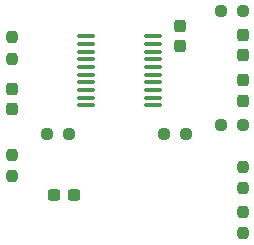
<source format=gbr>
%TF.GenerationSoftware,KiCad,Pcbnew,8.0.1+1*%
%TF.CreationDate,2024-05-08T14:56:33-06:00*%
%TF.ProjectId,encoder-to-i2c-tssop20.kicad_pro,656e636f-6465-4722-9d74-6f2d6932632d,rev?*%
%TF.SameCoordinates,Original*%
%TF.FileFunction,Paste,Top*%
%TF.FilePolarity,Positive*%
%FSLAX46Y46*%
G04 Gerber Fmt 4.6, Leading zero omitted, Abs format (unit mm)*
G04 Created by KiCad (PCBNEW 8.0.1+1) date 2024-05-08 14:56:33*
%MOMM*%
%LPD*%
G01*
G04 APERTURE LIST*
G04 Aperture macros list*
%AMRoundRect*
0 Rectangle with rounded corners*
0 $1 Rounding radius*
0 $2 $3 $4 $5 $6 $7 $8 $9 X,Y pos of 4 corners*
0 Add a 4 corners polygon primitive as box body*
4,1,4,$2,$3,$4,$5,$6,$7,$8,$9,$2,$3,0*
0 Add four circle primitives for the rounded corners*
1,1,$1+$1,$2,$3*
1,1,$1+$1,$4,$5*
1,1,$1+$1,$6,$7*
1,1,$1+$1,$8,$9*
0 Add four rect primitives between the rounded corners*
20,1,$1+$1,$2,$3,$4,$5,0*
20,1,$1+$1,$4,$5,$6,$7,0*
20,1,$1+$1,$6,$7,$8,$9,0*
20,1,$1+$1,$8,$9,$2,$3,0*%
G04 Aperture macros list end*
%ADD10RoundRect,0.237500X-0.250000X-0.237500X0.250000X-0.237500X0.250000X0.237500X-0.250000X0.237500X0*%
%ADD11RoundRect,0.237500X0.237500X-0.250000X0.237500X0.250000X-0.237500X0.250000X-0.237500X-0.250000X0*%
%ADD12RoundRect,0.237500X-0.237500X0.300000X-0.237500X-0.300000X0.237500X-0.300000X0.237500X0.300000X0*%
%ADD13RoundRect,0.237500X0.250000X0.237500X-0.250000X0.237500X-0.250000X-0.237500X0.250000X-0.237500X0*%
%ADD14RoundRect,0.237500X-0.237500X0.250000X-0.237500X-0.250000X0.237500X-0.250000X0.237500X0.250000X0*%
%ADD15RoundRect,0.237500X-0.300000X-0.237500X0.300000X-0.237500X0.300000X0.237500X-0.300000X0.237500X0*%
%ADD16RoundRect,0.100000X0.637500X0.100000X-0.637500X0.100000X-0.637500X-0.100000X0.637500X-0.100000X0*%
%ADD17RoundRect,0.237500X0.237500X-0.300000X0.237500X0.300000X-0.237500X0.300000X-0.237500X-0.300000X0*%
G04 APERTURE END LIST*
D10*
%TO.C,R5*%
X55447500Y-45870000D03*
X57272500Y-45870000D03*
%TD*%
D11*
%TO.C,R1*%
X37714500Y-59887000D03*
X37714500Y-58062000D03*
%TD*%
D12*
%TO.C,C2*%
X37714500Y-52474000D03*
X37714500Y-54199000D03*
%TD*%
D11*
%TO.C,R3*%
X57272500Y-60903000D03*
X57272500Y-59078000D03*
%TD*%
D13*
%TO.C,R8*%
X52446500Y-56284000D03*
X50621500Y-56284000D03*
%TD*%
D14*
%TO.C,R2*%
X57272500Y-62888000D03*
X57272500Y-64713000D03*
%TD*%
D10*
%TO.C,R4*%
X55447500Y-55522000D03*
X57272500Y-55522000D03*
%TD*%
D15*
%TO.C,C5*%
X41301500Y-61468000D03*
X43026500Y-61468000D03*
%TD*%
D10*
%TO.C,R7*%
X40715500Y-56284000D03*
X42540500Y-56284000D03*
%TD*%
D12*
%TO.C,C1*%
X51938500Y-47140000D03*
X51938500Y-48865000D03*
%TD*%
D16*
%TO.C,U2*%
X49721000Y-53875000D03*
X49721000Y-53225000D03*
X49721000Y-52575000D03*
X49721000Y-51925000D03*
X49721000Y-51275000D03*
X49721000Y-50625000D03*
X49721000Y-49975000D03*
X49721000Y-49325000D03*
X49721000Y-48675000D03*
X49721000Y-48025000D03*
X43996000Y-48025000D03*
X43996000Y-48675000D03*
X43996000Y-49325000D03*
X43996000Y-49975000D03*
X43996000Y-50625000D03*
X43996000Y-51275000D03*
X43996000Y-51925000D03*
X43996000Y-52575000D03*
X43996000Y-53225000D03*
X43996000Y-53875000D03*
%TD*%
D17*
%TO.C,C3*%
X57272500Y-53490000D03*
X57272500Y-51765000D03*
%TD*%
D12*
%TO.C,C4*%
X57272500Y-47902000D03*
X57272500Y-49627000D03*
%TD*%
D14*
%TO.C,R6*%
X37714500Y-48109000D03*
X37714500Y-49934000D03*
%TD*%
M02*

</source>
